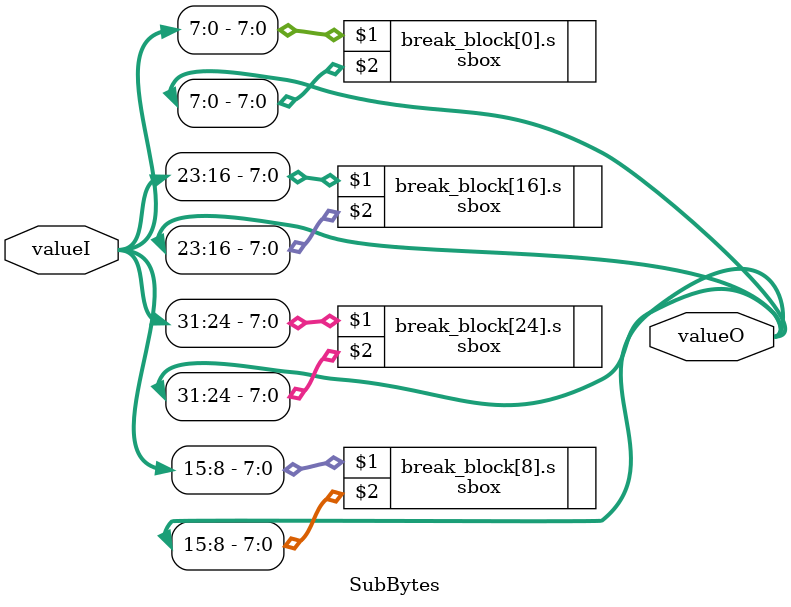
<source format=v>
module SubBytes
	(
	input wire [31:0] valueI,
	output wire  [31:0]valueO
	);


genvar i;
generate
		for (i = 0 ; i <= 31; i = i+8) begin : break_block
					sbox s (valueI[i +:8] , valueO[i +:8]);
		end
endgenerate




endmodule

</source>
